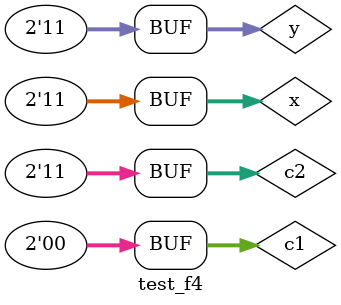
<source format=v>

module notgate(output [1:0] s, input [1:0]a);

	assign s = ~a;

endmodule

module andgate(output [1:0] s,
                    input  [1:0] a,
                    input  [1:0] b);
	assign s = a & b;
endmodule //andgate

module orgate(output [1:0] s,
                    input  [1:0] a,
                    input  [1:0] b);
	assign s = a | b;
endmodule //orgate

module xorgate(output [1:0] s,
                    input  [1:0] a,
                    input  [1:0] b);
	assign s = a^b;

endmodule //xorgate

module test_f4;
// ------------------------- definir dados
	reg [1:0] x;
	reg [1:0] y;
	reg [1:0] c1;
	reg [1:0] c2;
	wire [1:0] s1;
	wire [1:0] s2;
	wire [1:0] s3;
	wire [1:0] s4;
	wire [1:0] s5;
	wire [1:0] s6;
	wire [1:0] s7;
	wire [1:0] s;
	
	orgate OR1(s7,x,y);
	xorgate XOR1(s6,x,y);
	xorgate XOR2(s4,c2,s7);
	xorgate XOR3(s5,c2,s6);
	notgate NOT1(s3,c1);
	andgate AND1(s1,s3,s4);
	andgate AND2(s2,s5,c1);
	orgate OR2(s,s1,s2);
	
// ------------------------- parte principal
   initial begin
      $display("Exemplo0035 - Andre Henriques Fernandes - 427386");
      $display("Test LU's module");
		x = 2'b00;      y = 2'b00;  c1 = 2'b00; c2 = 2'b00;
   	
		// projetar testes do modulo
		
		$monitor("%4b %4b %4b %4b = %4b",c1,c2,x,y,s);
		#1 x = 2'b00; y = 2'b00; c1 = 2'b01; c2 = 2'b10;
		#1 x = 2'b00; y = 2'b11; c1 = 2'b11; c2 = 2'b00;
		#1 x = 2'b11; y = 2'b00; c1 = 2'b10; c2 = 2'b01;
		#1 x = 2'b11; y = 2'b11; c1 = 2'b00; c2 = 2'b11;
end
endmodule // test_f4
</source>
